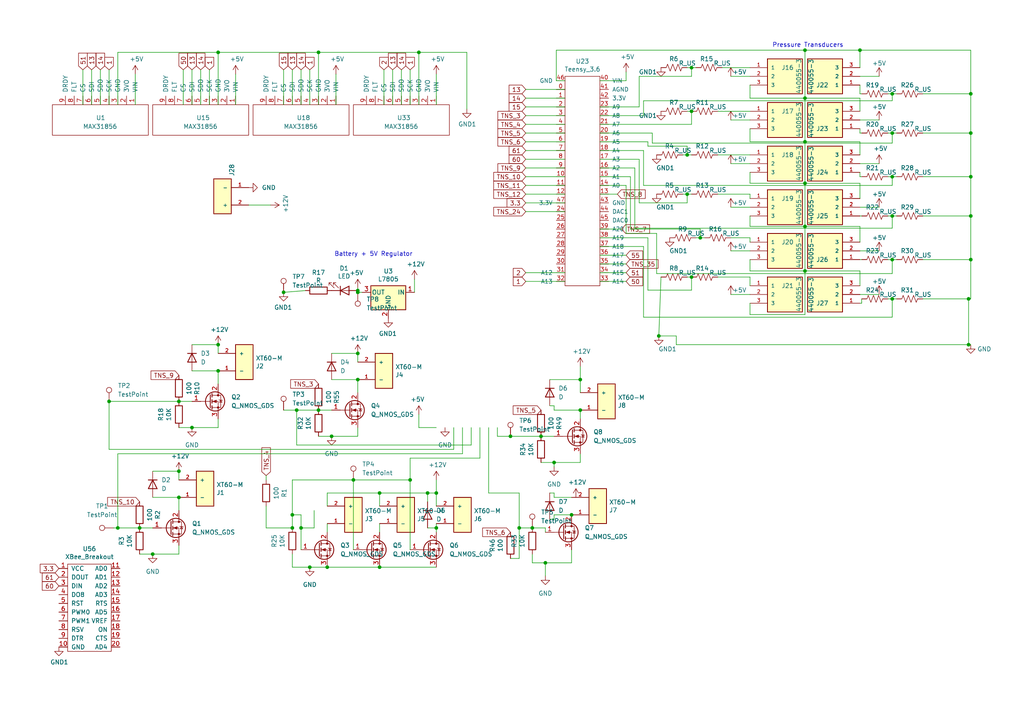
<source format=kicad_sch>
(kicad_sch (version 20211123) (generator eeschema)
  (paper "User" 298.094 210.795)
  (title_block (title "Calllisssto PCB") (date "2021-12-19") (company "Project Caelus.... or WAS IT????") (comment 1 "Author: The Beatles?!"))
  (junction (at 282.575 38.735))
  (junction (at 52.07 144.78))
  (junction (at 234.315 78.867))
  (junction (at 203.835 69.215))
  (junction (at 201.295 32.385))
  (junction (at 87.63 153.67))
  (junction (at 34.29 153.67))
  (junction (at 85.09 153.67))
  (junction (at 52.07 116.84))
  (junction (at 166.37 149.86))
  (junction (at 127 153.67))
  (junction (at 52.07 137.16))
  (junction (at 259.715 75.565))
  (junction (at 92.71 15.24))
  (junction (at 63.5 100.33))
  (junction (at 234.315 53.34))
  (junction (at 282.575 75.565))
  (junction (at 31.75 116.84))
  (junction (at 151.13 153.67))
  (junction (at 281.94 100.33))
  (junction (at 157.48 127))
  (junction (at 234.315 65.913))
  (junction (at 281.94 86.995))
  (junction (at 124.46 143.51))
  (junction (at 110.49 143.51))
  (junction (at 234.315 28.575))
  (junction (at 63.5 15.24))
  (junction (at 282.575 51.435))
  (junction (at 90.17 165.1))
  (junction (at 95.25 165.1))
  (junction (at 92.71 119.38))
  (junction (at 250.317 14.605))
  (junction (at 200.025 56.515))
  (junction (at 158.75 163.83))
  (junction (at 259.715 62.865))
  (junction (at 259.715 51.435))
  (junction (at 259.715 86.995))
  (junction (at 40.64 153.67))
  (junction (at 102.87 139.7))
  (junction (at 282.575 62.865))
  (junction (at 168.91 110.49))
  (junction (at 148.59 127))
  (junction (at 161.29 134.62))
  (junction (at 55.88 124.46))
  (junction (at 121.92 15.24))
  (junction (at 86.36 119.38))
  (junction (at 104.14 84.582))
  (junction (at 104.14 110.49))
  (junction (at 154.94 153.67))
  (junction (at 191.77 97.79))
  (junction (at 259.715 38.735))
  (junction (at 201.295 19.685))
  (junction (at 168.91 119.38))
  (junction (at 200.025 45.085))
  (junction (at 119.38 139.7))
  (junction (at 104.14 102.87))
  (junction (at 282.575 27.305))
  (junction (at 85.09 149.86))
  (junction (at 44.45 161.29))
  (junction (at 259.715 27.305))
  (junction (at 104.14 85.09))
  (junction (at 82.55 85.09))
  (junction (at 234.315 14.605))
  (junction (at 127 143.51))
  (junction (at 96.52 127))
  (junction (at 110.49 165.1))
  (junction (at 63.5 107.95))
  (junction (at 201.295 80.645))
  (junction (at 234.315 41.275))
  (wire (pts (xy 200.025 80.645) (xy 201.295 80.645)))
  (wire (pts (xy 95.25 165.1) (xy 110.49 165.1)))
  (wire (pts (xy 144.78 127) (xy 148.59 127)))
  (wire (pts (xy 52.07 161.29) (xy 52.07 158.75)))
  (wire (pts (xy 258.445 62.865) (xy 259.715 62.865)))
  (wire (pts (xy 198.755 45.085) (xy 200.025 45.085)))
  (wire (pts (xy 201.295 19.685) (xy 200.025 19.685)))
  (wire (pts (xy 259.715 38.735) (xy 260.985 38.735)))
  (wire (pts (xy 200.025 59.055) (xy 200.025 56.515)))
  (wire (pts (xy 26.67 20.32) (xy 26.67 30.48)))
  (wire (pts (xy 161.29 149.86) (xy 161.29 151.13)))
  (wire (pts (xy 218.313 69.215) (xy 218.313 70.485)))
  (wire (pts (xy 116.84 20.32) (xy 116.84 30.48)))
  (wire (pts (xy 187.325 53.975) (xy 259.715 53.975)))
  (wire (pts (xy 160.02 110.49) (xy 168.91 110.49)))
  (wire (pts (xy 153.035 26.035) (xy 164.465 26.035)))
  (wire (pts (xy 259.715 29.337) (xy 259.715 27.305)))
  (wire (pts (xy 151.13 153.67) (xy 151.13 162.56)))
  (wire (pts (xy 259.715 75.565) (xy 260.985 75.565)))
  (wire (pts (xy 182.245 53.975) (xy 174.625 53.975)))
  (wire (pts (xy 82.55 20.32) (xy 82.55 30.48)))
  (wire (pts (xy 281.94 100.33) (xy 196.85 100.33)))
  (wire (pts (xy 234.315 78.867) (xy 250.317 78.867)))
  (wire (pts (xy 234.315 28.575) (xy 218.313 28.575)))
  (wire (pts (xy 191.135 79.629) (xy 259.715 79.629)))
  (wire (pts (xy 153.035 81.915) (xy 164.465 81.915)))
  (wire (pts (xy 187.325 29.337) (xy 187.325 33.655)))
  (wire (pts (xy 92.71 127) (xy 96.52 127)))
  (wire (pts (xy 124.46 143.51) (xy 127 143.51)))
  (wire (pts (xy 168.91 110.49) (xy 168.91 114.3)))
  (wire (pts (xy 268.605 38.735) (xy 282.575 38.735)))
  (wire (pts (xy 186.055 22.225) (xy 186.055 31.115)))
  (wire (pts (xy 52.07 144.78) (xy 52.07 148.59)))
  (wire (pts (xy 201.295 22.225) (xy 186.055 22.225)))
  (wire (pts (xy 208.915 32.385) (xy 218.313 32.385)))
  (wire (pts (xy 102.87 160.02) (xy 102.87 139.7)))
  (wire (pts (xy 282.575 51.435) (xy 282.575 62.865)))
  (wire (pts (xy 53.34 20.32) (xy 53.34 30.48)))
  (wire (pts (xy 184.785 48.895) (xy 184.785 66.421)))
  (wire (pts (xy 188.595 69.215) (xy 188.595 84.455)))
  (wire (pts (xy 158.75 153.67) (xy 158.75 154.94)))
  (wire (pts (xy 200.025 45.085) (xy 201.295 45.085)))
  (wire (pts (xy 164.465 56.515) (xy 153.035 56.515)))
  (wire (pts (xy 164.465 36.195) (xy 153.035 36.195)))
  (wire (pts (xy 201.295 32.385) (xy 201.295 36.195)))
  (wire (pts (xy 168.91 134.62) (xy 168.91 132.08)))
  (wire (pts (xy 218.313 80.645) (xy 218.313 83.185)))
  (wire (pts (xy 92.71 30.48) (xy 92.71 15.24)))
  (wire (pts (xy 104.14 102.87) (xy 104.14 105.41)))
  (wire (pts (xy 174.625 36.195) (xy 201.295 36.195)))
  (wire (pts (xy 31.75 116.84) (xy 52.07 116.84)))
  (wire (pts (xy 63.5 30.48) (xy 63.5 15.24)))
  (wire (pts (xy 161.29 144.78) (xy 166.37 144.78)))
  (wire (pts (xy 258.445 51.435) (xy 259.715 51.435)))
  (wire (pts (xy 250.317 70.485) (xy 250.317 65.913)))
  (wire (pts (xy 168.91 106.68) (xy 168.91 110.49)))
  (wire (pts (xy 63.5 124.46) (xy 63.5 121.92)))
  (wire (pts (xy 119.38 20.32) (xy 119.38 30.48)))
  (wire (pts (xy 259.715 66.421) (xy 184.785 66.421)))
  (wire (pts (xy 234.315 41.275) (xy 234.315 53.34)))
  (wire (pts (xy 268.605 86.995) (xy 281.94 86.995)))
  (wire (pts (xy 153.035 48.895) (xy 164.465 48.895)))
  (wire (pts (xy 259.715 86.995) (xy 259.715 92.329)))
  (wire (pts (xy 85.09 139.7) (xy 85.09 149.86)))
  (wire (pts (xy 255.905 73.025) (xy 250.317 73.025)))
  (wire (pts (xy 135.89 15.24) (xy 135.89 31.75)))
  (wire (pts (xy 186.055 31.115) (xy 174.625 31.115)))
  (wire (pts (xy 161.29 118.11) (xy 160.02 118.11)))
  (wire (pts (xy 174.625 23.495) (xy 182.245 23.495)))
  (wire (pts (xy 189.865 38.735) (xy 174.625 38.735)))
  (wire (pts (xy 105.41 85.09) (xy 104.14 85.09)))
  (wire (pts (xy 212.725 73.025) (xy 218.313 73.025)))
  (wire (pts (xy 63.5 100.33) (xy 63.5 102.87)))
  (wire (pts (xy 102.87 139.7) (xy 85.09 139.7)))
  (wire (pts (xy 182.245 67.945) (xy 182.245 53.975)))
  (wire (pts (xy 157.48 127) (xy 161.29 127)))
  (wire (pts (xy 154.94 161.29) (xy 154.94 163.83)))
  (wire (pts (xy 127 147.32) (xy 127 143.51)))
  (wire (pts (xy 191.135 67.945) (xy 191.135 79.629)))
  (wire (pts (xy 187.325 29.337) (xy 259.715 29.337)))
  (wire (pts (xy 250.825 86.995) (xy 250.825 88.265)))
  (wire (pts (xy 144.78 124.46) (xy 144.78 127)))
  (wire (pts (xy 153.035 31.115) (xy 164.465 31.115)))
  (wire (pts (xy 166.37 149.86) (xy 161.29 149.86)))
  (wire (pts (xy 142.24 124.46) (xy 142.24 143.51)))
  (wire (pts (xy 153.035 28.575) (xy 164.465 28.575)))
  (wire (pts (xy 44.45 137.16) (xy 52.07 137.16)))
  (wire (pts (xy 183.515 66.675) (xy 183.515 51.435)))
  (wire (pts (xy 82.55 119.38) (xy 86.36 119.38)))
  (wire (pts (xy 85.09 20.32) (xy 85.09 30.48)))
  (wire (pts (xy 188.595 84.455) (xy 201.295 84.455)))
  (wire (pts (xy 182.245 79.375) (xy 174.625 79.375)))
  (wire (pts (xy 161.925 23.495) (xy 161.925 14.605)))
  (wire (pts (xy 182.245 67.945) (xy 191.135 67.945)))
  (wire (pts (xy 151.13 153.67) (xy 154.94 153.67)))
  (wire (pts (xy 161.29 143.51) (xy 161.29 144.78)))
  (wire (pts (xy 87.63 153.67) (xy 87.63 160.02)))
  (wire (pts (xy 153.035 53.975) (xy 164.465 53.975)))
  (wire (pts (xy 52.07 137.16) (xy 52.07 139.7)))
  (wire (pts (xy 121.92 30.48) (xy 121.92 15.24)))
  (wire (pts (xy 250.317 19.685) (xy 250.317 14.605)))
  (wire (pts (xy 63.5 107.95) (xy 63.5 111.76)))
  (wire (pts (xy 96.52 102.87) (xy 104.14 102.87)))
  (wire (pts (xy 92.71 119.38) (xy 96.52 119.38)))
  (wire (pts (xy 137.16 129.54) (xy 137.16 124.46)))
  (wire (pts (xy 104.14 110.49) (xy 104.14 114.3)))
  (wire (pts (xy 202.565 19.685) (xy 201.295 19.685)))
  (wire (pts (xy 68.58 21.59) (xy 68.58 30.48)))
  (wire (pts (xy 166.37 163.83) (xy 158.75 163.83)))
  (wire (pts (xy 234.315 14.605) (xy 250.317 14.605)))
  (wire (pts (xy 212.725 47.625) (xy 218.313 47.625)))
  (wire (pts (xy 250.317 38.735) (xy 250.825 38.735)))
  (wire (pts (xy 188.595 69.215) (xy 174.625 69.215)))
  (wire (pts (xy 218.313 65.913) (xy 234.315 65.913)))
  (wire (pts (xy 168.91 119.38) (xy 168.91 121.92)))
  (wire (pts (xy 29.21 20.32) (xy 29.21 30.48)))
  (wire (pts (xy 259.715 51.435) (xy 260.985 51.435)))
  (wire (pts (xy 119.38 133.35) (xy 119.38 139.7)))
  (wire (pts (xy 24.13 20.32) (xy 24.13 30.48)))
  (wire (pts (xy 132.08 130.81) (xy 132.08 124.46)))
  (wire (pts (xy 250.317 75.565) (xy 250.825 75.565)))
  (wire (pts (xy 250.317 51.435) (xy 250.825 51.435)))
  (wire (pts (xy 212.725 85.725) (xy 218.313 85.725)))
  (wire (pts (xy 55.88 20.32) (xy 55.88 30.48)))
  (wire (pts (xy 121.92 15.24) (xy 135.89 15.24)))
  (wire (pts (xy 127 153.67) (xy 127 152.4)))
  (wire (pts (xy 82.55 85.09) (xy 88.9 84.582)))
  (wire (pts (xy 250.317 85.725) (xy 255.905 85.725)))
  (wire (pts (xy 60.96 20.32) (xy 60.96 30.48)))
  (wire (pts (xy 148.59 162.56) (xy 151.13 162.56)))
  (wire (pts (xy 234.315 41.275) (xy 250.317 41.275)))
  (wire (pts (xy 96.52 127) (xy 104.14 127)))
  (wire (pts (xy 201.295 56.515) (xy 200.025 56.515)))
  (wire (pts (xy 151.13 143.51) (xy 151.13 153.67)))
  (wire (pts (xy 250.317 27.305) (xy 250.825 27.305)))
  (wire (pts (xy 208.915 80.645) (xy 218.313 80.645)))
  (wire (pts (xy 127 139.7) (xy 127 143.51)))
  (wire (pts (xy 52.07 124.46) (xy 55.88 124.46)))
  (wire (pts (xy 40.64 153.67) (xy 44.45 153.67)))
  (wire (pts (xy 208.915 56.515) (xy 218.313 56.515)))
  (wire (pts (xy 104.14 84.582) (xy 104.14 83.82)))
  (wire (pts (xy 77.47 138.43) (xy 77.47 139.7)))
  (wire (pts (xy 182.245 76.835) (xy 174.625 76.835)))
  (wire (pts (xy 78.74 59.69) (xy 72.39 59.69)))
  (wire (pts (xy 153.035 61.595) (xy 164.465 61.595)))
  (wire (pts (xy 259.715 86.995) (xy 260.985 86.995)))
  (wire (pts (xy 187.325 43.815) (xy 174.625 43.815)))
  (wire (pts (xy 58.42 20.32) (xy 58.42 30.48)))
  (wire (pts (xy 186.055 46.355) (xy 174.625 46.355)))
  (wire (pts (xy 63.5 15.24) (xy 92.71 15.24)))
  (wire (pts (xy 268.605 51.435) (xy 282.575 51.435)))
  (wire (pts (xy 234.315 65.913) (xy 234.315 78.867)))
  (wire (pts (xy 119.38 139.7) (xy 119.38 160.02)))
  (wire (pts (xy 259.715 62.865) (xy 259.715 66.421)))
  (wire (pts (xy 110.49 143.51) (xy 95.25 143.51)))
  (wire (pts (xy 186.055 59.055) (xy 200.025 59.055)))
  (wire (pts (xy 34.29 132.08) (xy 34.29 153.67)))
  (wire (pts (xy 166.37 160.02) (xy 166.37 163.83)))
  (wire (pts (xy 139.7 124.46) (xy 139.7 133.35)))
  (wire (pts (xy 187.325 71.755) (xy 174.625 71.755)))
  (wire (pts (xy 250.317 41.275) (xy 250.317 45.085)))
  (wire (pts (xy 142.24 143.51) (xy 151.13 143.51)))
  (wire (pts (xy 86.36 129.54) (xy 137.16 129.54)))
  (wire (pts (xy 120.65 81.28) (xy 120.65 85.09)))
  (wire (pts (xy 40.64 161.29) (xy 44.45 161.29)))
  (wire (pts (xy 161.29 151.13) (xy 160.02 151.13)))
  (wire (pts (xy 250.317 28.575) (xy 250.317 32.385)))
  (wire (pts (xy 121.92 124.46) (xy 127 124.46)))
  (wire (pts (xy 250.317 37.465) (xy 250.317 38.735)))
  (wire (pts (xy 200.025 45.085) (xy 200.025 42.545)))
  (wire (pts (xy 282.575 62.865) (xy 282.575 75.565)))
  (wire (pts (xy 218.313 53.34) (xy 234.315 53.34)))
  (wire (pts (xy 250.317 34.925) (xy 255.905 34.925)))
  (wire (pts (xy 200.025 42.545) (xy 188.595 42.545)))
  (wire (pts (xy 258.445 86.995) (xy 259.715 86.995)))
  (wire (pts (xy 39.37 21.59) (xy 39.37 30.48)))
  (wire (pts (xy 121.92 120.65) (xy 121.92 124.46)))
  (wire (pts (xy 161.925 14.605) (xy 234.315 14.605)))
  (wire (pts (xy 218.313 53.34) (xy 218.313 50.165)))
  (wire (pts (xy 164.465 23.495) (xy 161.925 23.495)))
  (wire (pts (xy 201.295 84.455) (xy 201.295 80.645)))
  (wire (pts (xy 164.465 46.355) (xy 153.035 46.355)))
  (wire (pts (xy 218.313 45.085) (xy 208.915 45.085)))
  (wire (pts (xy 63.5 15.24) (xy 34.29 15.24)))
  (wire (pts (xy 218.313 28.575) (xy 218.313 24.765)))
  (wire (pts (xy 34.29 153.67) (xy 40.64 153.67)))
  (wire (pts (xy 77.47 153.67) (xy 85.09 153.67)))
  (wire (pts (xy 218.313 91.567) (xy 234.315 91.567)))
  (wire (pts (xy 258.445 75.565) (xy 259.715 75.565)))
  (wire (pts (xy 268.605 27.305) (xy 282.575 27.305)))
  (wire (pts (xy 110.49 154.94) (xy 110.49 152.4)))
  (wire (pts (xy 281.94 86.995) (xy 282.575 86.995)))
  (wire (pts (xy 97.79 21.59) (xy 97.79 30.48)))
  (wire (pts (xy 234.315 53.34) (xy 250.317 53.34)))
  (wire (pts (xy 90.17 165.1) (xy 85.09 165.1)))
  (wire (pts (xy 85.09 149.86) (xy 87.63 149.86)))
  (wire (pts (xy 134.62 132.08) (xy 34.29 132.08)))
  (wire (pts (xy 180.975 66.675) (xy 174.625 66.675)))
  (wire (pts (xy 187.325 53.975) (xy 187.325 43.815)))
  (wire (pts (xy 153.035 79.375) (xy 164.465 79.375)))
  (wire (pts (xy 148.59 127) (xy 157.48 127)))
  (wire (pts (xy 44.45 144.78) (xy 52.07 144.78)))
  (wire (pts (xy 104.14 127) (xy 104.14 124.46)))
  (wire (pts (xy 234.315 41.275) (xy 218.313 41.275)))
  (wire (pts (xy 44.45 161.29) (xy 52.07 161.29)))
  (wire (pts (xy 110.49 143.51) (xy 124.46 143.51)))
  (wire (pts (xy 200.025 56.515) (xy 198.755 56.515)))
  (wire (pts (xy 234.315 28.575) (xy 250.317 28.575)))
  (wire (pts (xy 268.605 62.865) (xy 282.575 62.865)))
  (wire (pts (xy 196.85 97.79) (xy 191.77 97.79)))
  (wire (pts (xy 153.035 33.655) (xy 164.465 33.655)))
  (wire (pts (xy 85.09 165.1) (xy 85.09 161.29)))
  (wire (pts (xy 182.245 74.295) (xy 174.625 74.295)))
  (wire (pts (xy 164.465 59.055) (xy 153.035 59.055)))
  (wire (pts (xy 258.445 27.305) (xy 259.715 27.305)))
  (wire (pts (xy 218.313 60.325) (xy 212.725 60.325)))
  (wire (pts (xy 234.315 28.575) (xy 234.315 41.275)))
  (wire (pts (xy 281.94 100.33) (xy 282.575 100.33)))
  (wire (pts (xy 255.905 47.625) (xy 250.317 47.625)))
  (wire (pts (xy 184.785 48.895) (xy 174.625 48.895)))
  (wire (pts (xy 124.46 143.51) (xy 124.46 146.05)))
  (wire (pts (xy 282.575 27.305) (xy 282.575 38.735)))
  (wire (pts (xy 250.317 50.165) (xy 250.317 51.435)))
  (wire (pts (xy 124.46 153.67) (xy 127 153.67)))
  (wire (pts (xy 87.63 153.67) (xy 91.44 153.67)))
  (wire (pts (xy 90.17 165.1) (xy 95.25 165.1)))
  (wire (pts (xy 157.48 134.62) (xy 161.29 134.62)))
  (wire (pts (xy 259.715 38.735) (xy 259.715 41.656)))
  (wire (pts (xy 188.595 42.545) (xy 188.595 41.275)))
  (wire (pts (xy 234.315 78.867) (xy 234.315 91.567)))
  (wire (pts (xy 196.85 100.33) (xy 196.85 97.79)))
  (wire (pts (xy 86.36 119.38) (xy 86.36 129.54)))
  (wire (pts (xy 77.47 147.32) (xy 77.47 153.67)))
  (wire (pts (xy 201.295 19.685) (xy 201.295 22.225)))
  (wire (pts (xy 234.315 14.605) (xy 234.315 28.575)))
  (wire (pts (xy 161.29 119.38) (xy 161.29 118.11)))
  (wire (pts (xy 114.3 20.32) (xy 114.3 30.48)))
  (wire (pts (xy 259.715 53.975) (xy 259.715 51.435)))
  (wire (pts (xy 212.725 34.925) (xy 218.313 34.925)))
  (wire (pts (xy 85.09 149.86) (xy 85.09 153.67)))
  (wire (pts (xy 218.313 78.867) (xy 234.315 78.867)))
  (wire (pts (xy 179.705 56.515) (xy 174.625 56.515)))
  (wire (pts (xy 234.315 65.913) (xy 250.317 65.913)))
  (wire (pts (xy 250.317 14.605) (xy 282.575 14.605)))
  (wire (pts (xy 110.49 165.1) (xy 127 165.1)))
  (wire (pts (xy 250.317 53.34) (xy 250.317 57.785)))
  (wire (pts (xy 33.02 153.67) (xy 34.29 153.67)))
  (wire (pts (xy 250.825 88.265) (xy 250.317 88.265)))
  (wire (pts (xy 250.317 22.225) (xy 255.905 22.225)))
  (wire (pts (xy 87.63 149.86) (xy 87.63 153.67)))
  (wire (pts (xy 203.835 66.675) (xy 183.515 66.675)))
  (wire (pts (xy 218.313 78.867) (xy 218.313 75.565)))
  (wire (pts (xy 127 154.94) (xy 127 153.67)))
  (wire (pts (xy 160.02 143.51) (xy 161.29 143.51)))
  (wire (pts (xy 168.91 119.38) (xy 161.29 119.38)))
  (wire (pts (xy 111.76 20.32) (xy 111.76 30.48)))
  (wire (pts (xy 218.313 56.515) (xy 218.313 57.785)))
  (wire (pts (xy 92.71 15.24) (xy 121.92 15.24)))
  (wire (pts (xy 139.7 133.35) (xy 119.38 133.35)))
  (wire (pts (xy 91.44 148.59) (xy 91.44 153.67)))
  (wire (pts (xy 154.94 163.83) (xy 158.75 163.83)))
  (wire (pts (xy 203.835 69.215) (xy 205.105 69.215)))
  (wire (pts (xy 102.87 139.7) (xy 119.38 139.7)))
  (wire (pts (xy 55.88 100.33) (xy 63.5 100.33)))
  (wire (pts (xy 158.75 163.83) (xy 158.75 167.64)))
  (wire (pts (xy 255.905 60.325) (xy 250.317 60.325)))
  (wire (pts (xy 183.515 51.435) (xy 174.625 51.435)))
  (wire (pts (xy 34.29 15.24) (xy 34.29 30.48)))
  (wire (pts (xy 282.575 14.605) (xy 282.575 27.305)))
  (wire (pts (xy 218.313 19.685) (xy 210.185 19.685)))
  (wire (pts (xy 182.245 23.495) (xy 182.245 20.955)))
  (wire (pts (xy 282.575 38.735) (xy 282.575 51.435)))
  (wire (pts (xy 104.14 85.09) (xy 104.14 84.582)))
  (wire (pts (xy 182.245 81.915) (xy 174.625 81.915)))
  (wire (pts (xy 218.313 65.913) (xy 218.313 62.865)))
  (wire (pts (xy 188.595 41.275) (xy 174.625 41.275)))
  (wire (pts (xy 154.94 153.67) (xy 158.75 153.67)))
  (wire (pts (xy 52.07 116.84) (xy 55.88 116.84)))
  (wire (pts (xy 282.575 75.565) (xy 282.575 86.995)))
  (wire (pts (xy 259.715 27.305) (xy 260.985 27.305)))
  (wire (pts (xy 161.29 134.62) (xy 168.91 134.62)))
  (wire (pts (xy 164.465 41.275) (xy 153.035 41.275)))
  (wire (pts (xy 187.325 71.755) (xy 187.325 92.329)))
  (wire (pts (xy 110.49 147.32) (xy 110.49 143.51)))
  (wire (pts (xy 95.25 152.4) (xy 95.25 154.94)))
  (wire (pts (xy 259.715 75.565) (xy 259.715 79.629)))
  (wire (pts (xy 202.565 69.215) (xy 203.835 69.215)))
  (wire (pts (xy 212.725 69.215) (xy 218.313 69.215)))
  (wire (pts (xy 31.75 20.32) (xy 31.75 30.48)))
  (wire (pts (xy 86.36 119.38) (xy 92.71 119.38)))
  (wire (pts (xy 258.445 38.735) (xy 259.715 38.735)))
  (wire (pts (xy 191.77 97.79) (xy 192.405 80.645)))
  (wire (pts (xy 55.88 107.95) (xy 63.5 107.95)))
  (wire (pts (xy 96.52 110.49) (xy 104.14 110.49)))
  (wire (pts (xy 161.29 135.89) (xy 161.29 134.62)))
  (wire (pts (xy 212.725 22.225) (xy 218.313 22.225)))
  (wire (pts (xy 134.62 124.46) (xy 134.62 132.08)))
  (wire (pts (xy 250.317 62.865) (xy 250.825 62.865)))
  (wire (pts (xy 31.75 116.84) (xy 31.75 130.81)))
  (wire (pts (xy 164.465 51.435) (xy 153.035 51.435)))
  (wire (pts (xy 259.715 62.865) (xy 260.985 62.865)))
  (wire (pts (xy 186.055 46.355) (xy 186.055 59.055)))
  (wire (pts (xy 250.317 78.867) (xy 250.317 83.185)))
  (wire (pts (xy 234.315 53.34) (xy 234.315 65.913)))
  (wire (pts (xy 189.865 41.656) (xy 259.715 41.656)))
  (wire (pts (xy 203.835 69.215) (xy 203.835 66.675)))
  (wire (pts (xy 281.94 86.995) (xy 281.94 100.33)))
  (wire (pts (xy 189.865 38.735) (xy 189.865 41.656)))
  (wire (pts (xy 187.325 33.655) (xy 174.625 33.655)))
  (wire (pts (xy 55.88 124.46) (xy 63.5 124.46)))
  (wire (pts (xy 31.75 130.81) (xy 132.08 130.81)))
  (wire (pts (xy 95.25 143.51) (xy 95.25 147.32)))
  (wire (pts (xy 90.17 20.32) (xy 90.17 30.48)))
  (wire (pts (xy 201.295 32.385) (xy 200.025 32.385)))
  (wire (pts (xy 218.313 91.567) (xy 218.313 88.265)))
  (wire (pts (xy 218.313 41.275) (xy 218.313 37.465)))
  (wire (pts (xy 268.605 75.565) (xy 282.575 75.565)))
  (wire (pts (xy 153.035 38.735) (xy 164.465 38.735)))
  (wire (pts (xy 153.035 43.815) (xy 164.465 43.815)))
  (wire (pts (xy 187.325 92.329) (xy 259.715 92.329)))
  (wire (pts (xy 250.317 24.765) (xy 250.317 27.305)))
  (wire (pts (xy 127 21.59) (xy 127 30.48)))
  (wire (pts (xy 87.63 20.32) (xy 87.63 30.48)))
  (text "Battery + 5V Regulator" (at 120.142 74.803 180) (effects (font (size 1.27 1.27)) (justify right bottom)))
  (text "Pressure Transducers" (at 224.79 13.97 0) (effects (font (size 1.27 1.27)) (justify left bottom)))
  (global_label "50" (shape input) (at 182.245 81.915 0) (property "Intersheet References" "${INTERSHEET_REFS}" (effects hide)))
  (global_label "14" (shape input) (at 153.035 28.575 180) (property "Intersheet References" "${INTERSHEET_REFS}" (effects hide)))
  (global_label "TNS_10" (shape input) (at 153.035 51.435 180) (property "Intersheet References" "${INTERSHEET_REFS}" (effects hide)))
  (global_label "1" (shape input) (at 60.96 20.32 90) (property "Intersheet References" "${INTERSHEET_REFS}" (effects hide)))
  (global_label "1" (shape input) (at 90.17 20.32 90) (property "Intersheet References" "${INTERSHEET_REFS}" (effects hide)))
  (global_label "14" (shape input) (at 87.63 20.32 90) (property "Intersheet References" "${INTERSHEET_REFS}" (effects hide)))
  (global_label "14" (shape input) (at 29.21 20.32 90) (property "Intersheet References" "${INTERSHEET_REFS}" (effects hide)))
  (global_label "TNS_4" (shape input) (at 153.035 36.195 180) (property "Intersheet References" "${INTERSHEET_REFS}" (effects hide)))
  (global_label "15" (shape input) (at 153.035 31.115 180) (property "Intersheet References" "${INTERSHEET_REFS}" (effects hide)))
  (global_label "1" (shape input) (at 119.38 20.32 90) (property "Intersheet References" "${INTERSHEET_REFS}" (effects hide)))
  (global_label "TNS_10" (shape input) (at 40.64 146.05 180) (property "Intersheet References" "${INTERSHEET_REFS}" (effects hide)))
  (global_label "TNS_3" (shape input) (at 92.71 111.76 180) (property "Intersheet References" "${INTERSHEET_REFS}" (effects hide)))
  (global_label "13" (shape input) (at 85.09 20.32 90) (property "Intersheet References" "${INTERSHEET_REFS}" (effects hide)))
  (global_label "50" (shape input) (at 53.34 20.32 90) (property "Intersheet References" "${INTERSHEET_REFS}" (effects hide)))
  (global_label "TNS_7" (shape input) (at 180.975 66.675 0) (property "Intersheet References" "${INTERSHEET_REFS}" (effects hide)))
  (global_label "61" (shape input) (at 153.035 43.815 180) (property "Intersheet References" "${INTERSHEET_REFS}" (effects hide)))
  (global_label "TNS_6" (shape input) (at 148.59 154.94 180) (property "Intersheet References" "${INTERSHEET_REFS}" (effects hide)))
  (global_label "13" (shape input) (at 153.035 26.035 180) (property "Intersheet References" "${INTERSHEET_REFS}" (effects hide)))
  (global_label "60" (shape input) (at 17.145 170.561 180) (property "Intersheet References" "${INTERSHEET_REFS}" (effects hide)))
  (global_label "3.3" (shape input) (at 17.145 165.481 180) (property "Intersheet References" "${INTERSHEET_REFS}" (effects hide)))
  (global_label "13" (shape input) (at 114.3 20.32 90) (property "Intersheet References" "${INTERSHEET_REFS}" (effects hide)))
  (global_label "14" (shape input) (at 116.84 20.32 90) (property "Intersheet References" "${INTERSHEET_REFS}" (effects hide)))
  (global_label "1" (shape input) (at 31.75 20.32 90) (property "Intersheet References" "${INTERSHEET_REFS}" (effects hide)))
  (global_label "TNS_5" (shape input) (at 153.035 38.735 180) (property "Intersheet References" "${INTERSHEET_REFS}" (effects hide)))
  (global_label "TNS_9" (shape input) (at 52.07 109.22 180) (property "Intersheet References" "${INTERSHEET_REFS}" (effects hide)))
  (global_label "TNS_8" (shape input) (at 179.705 56.515 0) (property "Intersheet References" "${INTERSHEET_REFS}" (effects hide)))
  (global_label "3.3" (shape input) (at 153.035 59.055 180) (property "Intersheet References" "${INTERSHEET_REFS}" (effects hide)))
  (global_label "61" (shape input) (at 17.145 168.021 180) (property "Intersheet References" "${INTERSHEET_REFS}" (effects hide)))
  (global_label "55" (shape input) (at 182.245 74.295 0) (property "Intersheet References" "${INTERSHEET_REFS}" (effects hide)))
  (global_label "51" (shape input) (at 24.13 20.32 90) (property "Intersheet References" "${INTERSHEET_REFS}" (effects hide)))
  (global_label "2" (shape input) (at 111.76 20.32 90) (property "Intersheet References" "${INTERSHEET_REFS}" (effects hide)))
  (global_label "1" (shape input) (at 153.035 81.915 180) (property "Intersheet References" "${INTERSHEET_REFS}" (effects hide)))
  (global_label "TNS_4" (shape input) (at 77.47 138.43 90) (property "Intersheet References" "${INTERSHEET_REFS}" (effects hide)))
  (global_label "14" (shape input) (at 58.42 20.32 90) (property "Intersheet References" "${INTERSHEET_REFS}" (effects hide)))
  (global_label "TNS_5" (shape input) (at 157.48 119.38 180) (property "Intersheet References" "${INTERSHEET_REFS}" (effects hide)))
  (global_label "60" (shape input) (at 153.035 46.355 180) (property "Intersheet References" "${INTERSHEET_REFS}" (effects hide)))
  (global_label "15" (shape input) (at 82.55 20.32 90) (property "Intersheet References" "${INTERSHEET_REFS}" (effects hide)))
  (global_label "13" (shape input) (at 26.67 20.32 90) (property "Intersheet References" "${INTERSHEET_REFS}" (effects hide)))
  (global_label "TNS_24" (shape input) (at 153.035 61.595 180) (property "Intersheet References" "${INTERSHEET_REFS}" (effects hide)))
  (global_label "TNS_12" (shape input) (at 153.035 56.515 180) (property "Intersheet References" "${INTERSHEET_REFS}" (effects hide)))
  (global_label "TNS_11" (shape input) (at 153.035 53.975 180) (property "Intersheet References" "${INTERSHEET_REFS}" (effects hide)))
  (global_label "2" (shape input) (at 153.035 79.375 180) (property "Intersheet References" "${INTERSHEET_REFS}" (effects hide)))
  (global_label "TNS_3" (shape input) (at 153.035 33.655 180) (property "Intersheet References" "${INTERSHEET_REFS}" (effects hide)))
  (global_label "TNS_6" (shape input) (at 153.035 41.275 180) (property "Intersheet References" "${INTERSHEET_REFS}" (effects hide)))
  (global_label "TNS_35" (shape input) (at 182.245 76.835 0) (property "Intersheet References" "${INTERSHEET_REFS}" (effects hide)))
  (global_label "13" (shape input) (at 55.88 20.32 90) (property "Intersheet References" "${INTERSHEET_REFS}" (effects hide)))
  (global_label "51" (shape input) (at 182.245 79.375 0) (property "Intersheet References" "${INTERSHEET_REFS}" (effects hide)))
  (global_label "TNS_9" (shape input) (at 153.035 48.895 180) (property "Intersheet References" "${INTERSHEET_REFS}" (effects hide)))
  (symbol (lib_id "CaelusPCB-rescue:L7805-Regulator_Linear-CaelusPCB-rescue-CaelusPCB-rescue-CaelusPCB-rescue") (at 113.03 85.09 0) (mirror y) (unit 1)
    (property "Reference" "U3" (at 113.03 78.9432 0))
    (property "Value" "L7805" (at 113.03 81.2546 0))
    (property "Footprint" "Package_TO_SOT_THT:TO-220-3_Horizontal_TabDown" (effects hide))
    (property "Datasheet" "http://www.st.com/content/ccc/resource/technical/document/datasheet/41/4f/b3/b0/12/d4/47/88/CD00000444.pdf/files/CD00000444.pdf/jcr:content/translations/en.CD00000444.pdf" (effects hide))
  )
  (symbol (lib_id "CaelusPCB-rescue:+5V-power-CaelusPCB-rescue-CaelusPCB-rescue-CaelusPCB-rescue") (at 104.14 83.82 0) (mirror y) (unit 1)
    (property "Reference" "#PWR012" (effects hide))
    (property "Value" "+5V" (at 103.759 79.4258 0))
  )
  (symbol (lib_id "CaelusPCB-rescue:+5V-power-CaelusPCB-rescue-CaelusPCB-rescue-CaelusPCB-rescue") (at 182.245 20.955 0) (unit 1)
    (property "Reference" "#PWR027" (effects hide))
    (property "Value" "+5V" (at 182.626 16.5608 0))
  )
  (symbol (lib_id "CaelusPCB-rescue:+5V-power-CaelusPCB-rescue-CaelusPCB-rescue-CaelusPCB-rescue") (at 212.725 22.225 0) (unit 1)
    (property "Reference" "#PWR030" (effects hide))
    (property "Value" "+5V" (at 215.265 20.955 0))
  )
  (symbol (lib_id "CaelusPCB-rescue:+5V-power-CaelusPCB-rescue-CaelusPCB-rescue-CaelusPCB-rescue") (at 255.905 22.225 0) (unit 1)
    (property "Reference" "#PWR042" (effects hide))
    (property "Value" "+5V" (at 255.905 18.415 0))
  )
  (symbol (lib_id "CaelusPCB-rescue:+5V-power-CaelusPCB-rescue-CaelusPCB-rescue-CaelusPCB-rescue") (at 255.905 34.925 0) (unit 1)
    (property "Reference" "#PWR043" (effects hide))
    (property "Value" "+5V" (at 255.905 31.115 0))
  )
  (symbol (lib_id "CaelusPCB-rescue:+5V-power-CaelusPCB-rescue-CaelusPCB-rescue-CaelusPCB-rescue") (at 212.725 34.925 0) (unit 1)
    (property "Reference" "#PWR031" (effects hide))
    (property "Value" "+5V" (at 215.265 33.655 0))
  )
  (symbol (lib_id "CaelusPCB-rescue:+5V-power-CaelusPCB-rescue-CaelusPCB-rescue-CaelusPCB-rescue") (at 212.725 47.625 0) (unit 1)
    (property "Reference" "#PWR032" (effects hide))
    (property "Value" "+5V" (at 215.265 46.355 0))
  )
  (symbol (lib_id "CaelusPCB-rescue:+5V-power-CaelusPCB-rescue-CaelusPCB-rescue-CaelusPCB-rescue") (at 212.725 60.325 0) (unit 1)
    (property "Reference" "#PWR033" (effects hide))
    (property "Value" "+5V" (at 215.265 59.055 0))
  )
  (symbol (lib_id "CaelusPCB-rescue:+5V-power-CaelusPCB-rescue-CaelusPCB-rescue-CaelusPCB-rescue") (at 212.725 73.025 0) (unit 1)
    (property "Reference" "#PWR034" (effects hide))
    (property "Value" "+5V" (at 215.265 71.755 0))
  )
  (symbol (lib_id "CaelusPCB-rescue:+5V-power-CaelusPCB-rescue-CaelusPCB-rescue-CaelusPCB-rescue") (at 212.725 85.725 0) (unit 1)
    (property "Reference" "#PWR035" (effects hide))
    (property "Value" "+5V" (at 215.265 84.455 0))
  )
  (symbol (lib_id "CaelusPCB-rescue:+5V-power-CaelusPCB-rescue-CaelusPCB-rescue-CaelusPCB-rescue") (at 255.905 47.625 0) (unit 1)
    (property "Reference" "#PWR044" (effects hide))
    (property "Value" "+5V" (at 256.286 43.2308 0))
  )
  (symbol (lib_id "CaelusPCB-rescue:+5V-power-CaelusPCB-rescue-CaelusPCB-rescue-CaelusPCB-rescue") (at 255.905 60.325 0) (unit 1)
    (property "Reference" "#PWR045" (effects hide))
    (property "Value" "+5V" (at 255.905 56.515 0))
  )
  (symbol (lib_id "CaelusPCB-rescue:+5V-power-CaelusPCB-rescue-CaelusPCB-rescue-CaelusPCB-rescue") (at 255.905 73.025 0) (unit 1)
    (property "Reference" "#PWR046" (effects hide))
    (property "Value" "+5V" (at 255.905 69.215 0))
  )
  (symbol (lib_id "CaelusPCB-rescue:+5V-power-CaelusPCB-rescue-CaelusPCB-rescue-CaelusPCB-rescue") (at 255.905 85.725 0) (unit 1)
    (property "Reference" "#PWR047" (effects hide))
    (property "Value" "+5V" (at 255.905 81.915 0))
  )
  (symbol (lib_id "Device:R_US") (at 206.375 19.685 90) (unit 1)
    (property "Reference" "R15" (at 207.645 17.145 90) (effects (justify left)))
    (property "Value" "R_US" (at 212.725 18.415 90) (effects (justify left)))
    (property "Footprint" "Resistor_THT:R_Axial_DIN0309_L9.0mm_D3.2mm_P12.70mm_Horizontal" (effects hide))
  )
  (symbol (lib_id "Device:R_US") (at 196.215 19.685 90) (unit 1)
    (property "Reference" "R6" (at 197.485 17.145 90) (effects (justify left)))
    (property "Value" "R_US" (at 202.565 18.415 90) (effects (justify left)))
    (property "Footprint" "Resistor_THT:R_Axial_DIN0309_L9.0mm_D3.2mm_P12.70mm_Horizontal" (effects hide))
  )
  (symbol (lib_id "CaelusPCB-rescue:GND1-power-CaelusPCB-rescue-CaelusPCB-rescue-CaelusPCB-rescue") (at 192.405 19.685 0) (unit 1)
    (property "Reference" "#PWR091" (effects hide))
    (property "Value" "GND1" (at 188.595 20.955 0))
  )
  (symbol (lib_id "Device:R_US") (at 205.105 32.385 90) (unit 1)
    (property "Reference" "R11" (at 206.375 29.845 90) (effects (justify left)))
    (property "Value" "R_US" (at 211.455 31.115 90) (effects (justify left)))
    (property "Footprint" "Resistor_THT:R_Axial_DIN0309_L9.0mm_D3.2mm_P12.70mm_Horizontal" (effects hide))
  )
  (symbol (lib_id "Device:R_US") (at 196.215 32.385 90) (unit 1)
    (property "Reference" "R7" (at 197.485 29.845 90) (effects (justify left)))
    (property "Value" "R_US" (at 202.565 31.115 90) (effects (justify left)))
    (property "Footprint" "Resistor_THT:R_Axial_DIN0309_L9.0mm_D3.2mm_P12.70mm_Horizontal" (effects hide))
  )
  (symbol (lib_id "CaelusPCB-rescue:GND1-power-CaelusPCB-rescue-CaelusPCB-rescue-CaelusPCB-rescue") (at 192.405 32.385 0) (unit 1)
    (property "Reference" "#PWR092" (effects hide))
    (property "Value" "GND1" (at 188.595 33.655 0))
  )
  (symbol (lib_id "Device:R_US") (at 205.105 45.085 90) (unit 1)
    (property "Reference" "R12" (at 206.375 42.545 90) (effects (justify left)))
    (property "Value" "R_US" (at 211.455 43.815 90) (effects (justify left)))
    (property "Footprint" "Resistor_THT:R_Axial_DIN0309_L9.0mm_D3.2mm_P12.70mm_Horizontal" (effects hide))
  )
  (symbol (lib_id "Device:R_US") (at 194.945 45.085 90) (unit 1)
    (property "Reference" "R4" (at 196.215 42.545 90) (effects (justify left)))
    (property "Value" "R_US" (at 201.295 43.815 90) (effects (justify left)))
    (property "Footprint" "Resistor_THT:R_Axial_DIN0309_L9.0mm_D3.2mm_P12.70mm_Horizontal" (effects hide))
  )
  (symbol (lib_id "CaelusPCB-rescue:GND1-power-CaelusPCB-rescue-CaelusPCB-rescue-CaelusPCB-rescue") (at 191.135 45.085 0) (unit 1)
    (property "Reference" "#PWR049" (effects hide))
    (property "Value" "GND1" (at 193.675 48.895 0))
  )
  (symbol (lib_id "Device:R_US") (at 205.105 56.515 90) (unit 1)
    (property "Reference" "R13" (at 206.375 53.975 90) (effects (justify left)))
    (property "Value" "R_US" (at 211.455 55.245 90) (effects (justify left)))
    (property "Footprint" "Resistor_THT:R_Axial_DIN0309_L9.0mm_D3.2mm_P12.70mm_Horizontal" (effects hide))
  )
  (symbol (lib_id "CaelusPCB-rescue:GND1-power-CaelusPCB-rescue-CaelusPCB-rescue-CaelusPCB-rescue") (at 17.145 188.341 0) (unit 1)
    (property "Reference" "#PWR083" (effects hide))
    (property "Value" "GND1" (at 17.272 192.7352 0))
  )
  (symbol (lib_id "Device:R_US") (at 194.945 56.515 90) (unit 1)
    (property "Reference" "R5" (at 196.215 53.975 90) (effects (justify left)))
    (property "Value" "R_US" (at 201.295 55.245 90) (effects (justify left)))
    (property "Footprint" "Resistor_THT:R_Axial_DIN0309_L9.0mm_D3.2mm_P12.70mm_Horizontal" (effects hide))
  )
  (symbol (lib_id "CaelusPCB-rescue:GND1-power-CaelusPCB-rescue-CaelusPCB-rescue-CaelusPCB-rescue") (at 191.135 56.515 0) (unit 1)
    (property "Reference" "#PWR090" (effects hide))
    (property "Value" "GND1" (at 193.675 60.325 0))
  )
  (symbol (lib_id "Device:R_US") (at 198.755 69.215 90) (unit 1)
    (property "Reference" "R9" (at 200.025 66.675 90) (effects (justify left)))
    (property "Value" "R_US" (at 205.105 67.945 90) (effects (justify left)))
    (property "Footprint" "Resistor_THT:R_Axial_DIN0309_L9.0mm_D3.2mm_P12.70mm_Horizontal" (effects hide))
  )
  (symbol (lib_id "Device:R_US") (at 208.915 69.215 90) (unit 1)
    (property "Reference" "R16" (at 210.185 66.675 90) (effects (justify left)))
    (property "Value" "R_US" (at 215.265 67.945 90) (effects (justify left)))
    (property "Footprint" "Resistor_THT:R_Axial_DIN0309_L9.0mm_D3.2mm_P12.70mm_Horizontal" (effects hide))
  )
  (symbol (lib_id "CaelusPCB-rescue:Teensy3.6-Launchbox_Symbols-CaelusPCB-rescue-CaelusPCB-rescue-CaelusPCB-rescue") (at 169.545 56.515 270) (unit 1)
    (property "Reference" "U23" (at 169.545 17.8562 90))
    (property "Value" "Teensy_3.6" (at 169.545 20.1676 90))
    (property "Footprint" "Launchbox:Teensy_3.6" (effects hide))
  )
  (symbol (lib_id "CaelusPCB-rescue:GND1-power-CaelusPCB-rescue-CaelusPCB-rescue-CaelusPCB-rescue") (at 194.945 69.215 0) (unit 1)
    (property "Reference" "#PWR094" (effects hide))
    (property "Value" "GND1" (at 197.485 73.025 0))
  )
  (symbol (lib_id "Device:R_US") (at 205.105 80.645 90) (unit 1)
    (property "Reference" "R14" (at 206.375 78.105 90) (effects (justify left)))
    (property "Value" "R_US" (at 211.455 79.375 90) (effects (justify left)))
    (property "Footprint" "Resistor_THT:R_Axial_DIN0309_L9.0mm_D3.2mm_P12.70mm_Horizontal" (effects hide))
  )
  (symbol (lib_id "Device:R_US") (at 196.215 80.645 90) (unit 1)
    (property "Reference" "R8" (at 197.485 78.105 90) (effects (justify left)))
    (property "Value" "R_US" (at 202.565 79.375 90) (effects (justify left)))
    (property "Footprint" "Resistor_THT:R_Axial_DIN0309_L9.0mm_D3.2mm_P12.70mm_Horizontal" (effects hide))
  )
  (symbol (lib_id "CaelusPCB-rescue:GND1-power-CaelusPCB-rescue-CaelusPCB-rescue-CaelusPCB-rescue") (at 191.77 97.79 0) (unit 1)
    (property "Reference" "#PWR093" (effects hide))
    (property "Value" "GND1" (at 194.31 101.6 0))
  )
  (symbol (lib_id "Device:R_US") (at 254.635 27.305 90) (unit 1)
    (property "Reference" "R19" (at 255.905 24.765 90) (effects (justify left)))
    (property "Value" "R_US" (at 260.985 26.035 90) (effects (justify left)))
    (property "Footprint" "Resistor_THT:R_Axial_DIN0309_L9.0mm_D3.2mm_P12.70mm_Horizontal" (effects hide))
  )
  (symbol (lib_id "Device:R_US") (at 264.795 27.305 90) (unit 1)
    (property "Reference" "R26" (at 266.065 24.765 90) (effects (justify left)))
    (property "Value" "R_US" (at 271.145 26.035 90) (effects (justify left)))
    (property "Footprint" "Resistor_THT:R_Axial_DIN0309_L9.0mm_D3.2mm_P12.70mm_Horizontal" (effects hide))
  )
  (symbol (lib_id "CaelusPCB-rescue:MAX31856-Launchbox-CaelusPCB-rescue-CaelusPCB-rescue-CaelusPCB-rescue") (at 116.84 30.48 180) (unit 1)
    (property "Reference" "U33" (at 115.57 34.29 0) (effects (justify right)))
    (property "Value" "MAX31856" (at 111.76 36.83 0) (effects (justify right)))
    (property "Footprint" "Launchbox:MAX31856" (effects hide))
  )
  (symbol (lib_id "CaelusPCB-rescue:MAX31856-Launchbox-CaelusPCB-rescue-CaelusPCB-rescue-CaelusPCB-rescue") (at 87.63 30.48 180) (unit 1)
    (property "Reference" "U18" (at 86.36 34.29 0) (effects (justify right)))
    (property "Value" "MAX31856" (at 82.55 36.83 0) (effects (justify right)))
    (property "Footprint" "Launchbox:MAX31856" (effects hide))
  )
  (symbol (lib_id "CaelusPCB-rescue:MAX31856-Launchbox-CaelusPCB-rescue-CaelusPCB-rescue-CaelusPCB-rescue") (at 58.42 30.48 180) (unit 1)
    (property "Reference" "U15" (at 57.15 34.29 0) (effects (justify right)))
    (property "Value" "MAX31856" (at 53.34 36.83 0) (effects (justify right)))
    (property "Footprint" "Launchbox:MAX31856" (effects hide))
  )
  (symbol (lib_id "CaelusPCB-rescue:+5V-power-CaelusPCB-rescue-CaelusPCB-rescue-CaelusPCB-rescue") (at 127 21.59 0) (unit 1)
    (property "Reference" "#PWR057" (effects hide))
    (property "Value" "+5V" (at 127.381 17.1958 0))
  )
  (symbol (lib_id "CaelusPCB-rescue:+5V-power-CaelusPCB-rescue-CaelusPCB-rescue-CaelusPCB-rescue") (at 97.79 21.59 0) (unit 1)
    (property "Reference" "#PWR036" (effects hide))
    (property "Value" "+5V" (at 98.171 17.1958 0))
  )
  (symbol (lib_id "CaelusPCB-rescue:+5V-power-CaelusPCB-rescue-CaelusPCB-rescue-CaelusPCB-rescue") (at 68.58 21.59 0) (unit 1)
    (property "Reference" "#PWR016" (effects hide))
    (property "Value" "+5V" (at 68.961 17.1958 0))
  )
  (symbol (lib_id "CaelusPCB-rescue:GND1-power-CaelusPCB-rescue-CaelusPCB-rescue-CaelusPCB-rescue") (at 135.89 31.75 0) (unit 1)
    (property "Reference" "#PWR062" (effects hide))
    (property "Value" "GND1" (at 136.017 36.1442 0))
  )
  (symbol (lib_id "Device:R_US") (at 254.635 38.735 90) (unit 1)
    (property "Reference" "R20" (at 255.905 36.195 90) (effects (justify left)))
    (property "Value" "R_US" (at 260.985 37.465 90) (effects (justify left)))
    (property "Footprint" "Resistor_THT:R_Axial_DIN0309_L9.0mm_D3.2mm_P12.70mm_Horizontal" (effects hide))
  )
  (symbol (lib_id "Device:R_US") (at 264.795 38.735 90) (unit 1)
    (property "Reference" "R27" (at 266.065 36.195 90) (effects (justify left)))
    (property "Value" "R_US" (at 271.145 37.465 90) (effects (justify left)))
    (property "Footprint" "Resistor_THT:R_Axial_DIN0309_L9.0mm_D3.2mm_P12.70mm_Horizontal" (effects hide))
  )
  (symbol (lib_id "Device:R_US") (at 254.635 51.435 90) (unit 1)
    (property "Reference" "R21" (at 255.905 48.895 90) (effects (justify left)))
    (property "Value" "R_US" (at 260.985 50.165 90) (effects (justify left)))
    (property "Footprint" "Resistor_THT:R_Axial_DIN0309_L9.0mm_D3.2mm_P12.70mm_Horizontal" (effects hide))
  )
  (symbol (lib_id "Device:R_US") (at 264.795 51.435 90) (unit 1)
    (property "Reference" "R28" (at 266.065 48.895 90) (effects (justify left)))
    (property "Value" "R_US" (at 271.145 50.165 90) (effects (justify left)))
    (property "Footprint" "Resistor_THT:R_Axial_DIN0309_L9.0mm_D3.2mm_P12.70mm_Horizontal" (effects hide))
  )
  (symbol (lib_id "CaelusPCB-rescue:XBee_Breakout-CaelusPCB-rescue-CaelusPCB-rescue-CaelusPCB-rescue") (at 26.035 176.911 0) (unit 1)
    (property "Reference" "U56" (at 26.035 159.766 0))
    (property "Value" "XBee_Breakout" (at 26.035 162.0774 0))
    (property "Footprint" "Launchbox:Xbee_Breakout" (effects hide))
  )
  (symbol (lib_id "Device:R_US") (at 254.635 62.865 90) (unit 1)
    (property "Reference" "R22" (at 255.905 60.325 90) (effects (justify left)))
    (property "Value" "R_US" (at 260.985 61.595 90) (effects (justify left)))
    (property "Footprint" "Resistor_THT:R_Axial_DIN0309_L9.0mm_D3.2mm_P12.70mm_Horizontal" (effects hide))
  )
  (symbol (lib_id "Device:R_US") (at 264.795 62.865 90) (unit 1)
    (property "Reference" "R29" (at 266.065 60.325 90) (effects (justify left)))
    (property "Value" "R_US" (at 271.145 61.595 90) (effects (justify left)))
    (property "Footprint" "Resistor_THT:R_Axial_DIN0309_L9.0mm_D3.2mm_P12.70mm_Horizontal" (effects hide))
  )
  (symbol (lib_id "CaelusPCB-rescue:MAX31856-Launchbox-CaelusPCB-rescue-CaelusPCB-rescue-CaelusPCB-rescue") (at 29.21 30.48 180) (unit 1)
    (property "Reference" "U1" (at 27.94 34.29 0) (effects (justify right)))
    (property "Value" "MAX31856" (at 24.13 36.83 0) (effects (justify right)))
    (property "Footprint" "Launchbox:MAX31856" (effects hide))
  )
  (symbol (lib_id "CaelusPCB-rescue:+5V-power-CaelusPCB-rescue-CaelusPCB-rescue-CaelusPCB-rescue") (at 39.37 21.59 0) (unit 1)
    (property "Reference" "#PWR010" (effects hide))
    (property "Value" "+5V" (at 39.751 17.1958 0))
  )
  (symbol (lib_id "Device:R_US") (at 254.635 75.565 90) (unit 1)
    (property "Reference" "R23" (at 255.905 73.025 90) (effects (justify left)))
    (property "Value" "R_US" (at 260.985 74.295 90) (effects (justify left)))
    (property "Footprint" "Resistor_THT:R_Axial_DIN0309_L9.0mm_D3.2mm_P12.70mm_Horizontal" (effects hide))
  )
  (symbol (lib_id "Device:R_US") (at 264.795 75.565 90) (unit 1)
    (property "Reference" "R30" (at 266.065 73.025 90) (effects (justify left)))
    (property "Value" "R_US" (at 271.145 74.295 90) (effects (justify left)))
    (property "Footprint" "Resistor_THT:R_Axial_DIN0309_L9.0mm_D3.2mm_P12.70mm_Horizontal" (effects hide))
  )
  (symbol (lib_id "Device:R_US") (at 254.635 86.995 90) (unit 1)
    (property "Reference" "R24" (at 255.905 84.455 90) (effects (justify left)))
    (property "Value" "R_US" (at 260.985 85.725 90) (effects (justify left)))
    (property "Footprint" "Resistor_THT:R_Axial_DIN0309_L9.0mm_D3.2mm_P12.70mm_Horizontal" (effects hide))
  )
  (symbol (lib_id "Device:R_US") (at 264.795 86.995 90) (unit 1)
    (property "Reference" "R31" (at 266.065 84.455 90) (effects (justify left)))
    (property "Value" "R_US" (at 271.145 85.725 90) (effects (justify left)))
    (property "Footprint" "Resistor_THT:R_Axial_DIN0309_L9.0mm_D3.2mm_P12.70mm_Horizontal" (effects hide))
  )
  (symbol (lib_id "CaelusPCB-rescue:GND1-power-CaelusPCB-rescue-CaelusPCB-rescue-CaelusPCB-rescue") (at 113.03 92.71 0) (mirror y) (unit 1)
    (property "Reference" "#PWR0103" (effects hide))
    (property "Value" "GND1" (at 112.903 97.1042 0))
  )
  (symbol (lib_id "Device:LED") (at 100.33 84.582 0) (mirror x) (unit 1)
    (property "Reference" "D1" (at 100.1522 78.105 0))
    (property "Value" "LED" (at 100.1522 80.4164 0))
    (property "Footprint" "LED_THT:LED_D5.0mm" (effects hide))
  )
  (symbol (lib_id "Device:R") (at 92.71 84.582 90) (mirror x) (unit 1)
    (property "Reference" "R17" (at 92.71 79.3242 90))
    (property "Value" "R" (at 92.71 81.6356 90))
    (property "Footprint" "Resistor_THT:R_Axial_DIN0309_L9.0mm_D3.2mm_P12.70mm_Horizontal" (effects hide))
  )
  (symbol (lib_id "CaelusPCB-rescue:GND1-power-CaelusPCB-rescue-CaelusPCB-rescue-CaelusPCB-rescue") (at 82.55 85.09 0) (mirror y) (unit 1)
    (property "Reference" "#PWR0102" (effects hide))
    (property "Value" "GND1" (at 82.423 89.4842 0))
  )
  (symbol (lib_id "CaelusPCB-rescue:440055-3-Launchbox-CaelusPCB-rescue-CaelusPCB-rescue") (at 228.473 22.225 0) (unit 1)
    (property "Reference" "J16" (at 227.457 19.685 0) (effects (justify left)))
    (property "Value" "440055-3" (at 232.537 27.305 90) (effects (justify left)))
    (property "Footprint" "Launchbox:Crimp_Header" (effects hide))
  )
  (symbol (lib_id "CaelusPCB-cache:CaelusPCB-rescue_XT60-M-CaelusPCB") (at 64.77 57.15 0) (mirror y) (unit 1)
    (property "Reference" "J28" (at 67.4878 51.308 90) (effects (justify left)))
    (property "Value" "CaelusPCB-rescue_XT60-M-CaelusPCB" (effects hide))
    (property "Footprint" "Launchbox:AMASS_XT60-M" (effects hide))
    (property "MANUFACTURER" "AMASS" (effects hide))
    (property "PARTREV" "1.2" (effects hide))
    (property "STANDARD" "IPC-7251" (effects hide))
  )
  (symbol (lib_id "CaelusPCB-rescue:440055-3-Launchbox-CaelusPCB-rescue-CaelusPCB-rescue") (at 228.473 34.925 0) (unit 1)
    (property "Reference" "J17" (at 227.457 32.385 0) (effects (justify left)))
    (property "Value" "440055-3" (at 232.537 40.005 90) (effects (justify left)))
    (property "Footprint" "Launchbox:Crimp_Header" (effects hide))
  )
  (symbol (lib_id "CaelusPCB-rescue:440055-3-Launchbox-CaelusPCB-rescue-CaelusPCB-rescue") (at 228.473 47.625 0) (unit 1)
    (property "Reference" "J18" (at 227.457 45.085 0) (effects (justify left)))
    (property "Value" "440055-3" (at 232.537 52.705 90) (effects (justify left)))
    (property "Footprint" "Launchbox:Crimp_Header" (effects hide))
  )
  (symbol (lib_id "CaelusPCB-rescue:440055-3-Launchbox-CaelusPCB-rescue-CaelusPCB-rescue") (at 228.473 60.325 0) (unit 1)
    (property "Reference" "J19" (at 227.457 57.785 0) (effects (justify left)))
    (property "Value" "440055-3" (at 232.537 65.405 90) (effects (justify left)))
    (property "Footprint" "Launchbox:Crimp_Header" (effects hide))
  )
  (symbol (lib_id "CaelusPCB-rescue:440055-3-Launchbox-CaelusPCB-rescue-CaelusPCB-rescue") (at 228.473 73.025 0) (unit 1)
    (property "Reference" "J20" (at 227.457 70.485 0) (effects (justify left)))
    (property "Value" "440055-3" (at 232.537 78.105 90) (effects (justify left)))
    (property "Footprint" "Launchbox:Crimp_Header" (effects hide))
  )
  (symbol (lib_id "CaelusPCB-rescue:440055-3-Launchbox-CaelusPCB-rescue-CaelusPCB-rescue") (at 228.473 85.725 0) (unit 1)
    (property "Reference" "J21" (at 227.457 83.185 0) (effects (justify left)))
    (property "Value" "440055-3" (at 232.537 90.805 90) (effects (justify left)))
    (property "Footprint" "Launchbox:Crimp_Header" (effects hide))
  )
  (symbol (lib_id "CaelusPCB-rescue:440055-3-Launchbox-CaelusPCB-rescue-CaelusPCB-rescue") (at 240.157 85.725 180) (unit 1)
    (property "Reference" "J27" (at 241.173 88.265 0) (effects (justify left)))
    (property "Value" "440055-3" (at 236.093 80.645 90) (effects (justify left)))
    (property "Footprint" "Launchbox:Crimp_Header" (effects hide))
  )
  (symbol (lib_id "CaelusPCB-rescue:440055-3-Launchbox-CaelusPCB-rescue-CaelusPCB-rescue") (at 240.157 73.025 180) (unit 1)
    (property "Reference" "J26" (at 241.173 75.565 0) (effects (justify left)))
    (property "Value" "440055-3" (at 236.093 67.945 90) (effects (justify left)))
    (property "Footprint" "Launchbox:Crimp_Header" (effects hide))
  )
  (symbol (lib_id "CaelusPCB-rescue:440055-3-Launchbox-CaelusPCB-rescue-CaelusPCB-rescue") (at 240.157 60.325 180) (unit 1)
    (property "Reference" "J25" (at 241.173 62.865 0) (effects (justify left)))
    (property "Value" "440055-3" (at 236.093 55.245 90) (effects (justify left)))
    (property "Footprint" "Launchbox:Crimp_Header" (effects hide))
  )
  (symbol (lib_id "CaelusPCB-rescue:440055-3-Launchbox-CaelusPCB-rescue-CaelusPCB-rescue") (at 240.157 47.625 180) (unit 1)
    (property "Reference" "J24" (at 241.173 50.165 0) (effects (justify left)))
    (property "Value" "440055-3" (at 236.093 42.545 90) (effects (justify left)))
    (property "Footprint" "Launchbox:Crimp_Header" (effects hide))
  )
  (symbol (lib_id "CaelusPCB-rescue:440055-3-Launchbox-CaelusPCB-rescue-CaelusPCB-rescue") (at 240.157 34.925 180) (unit 1)
    (property "Reference" "J23" (at 241.173 37.465 0) (effects (justify left)))
    (property "Value" "440055-3" (at 236.093 29.845 90) (effects (justify left)))
    (property "Footprint" "Launchbox:Crimp_Header" (effects hide))
  )
  (symbol (lib_id "CaelusPCB-rescue:440055-3-Launchbox-CaelusPCB-rescue-CaelusPCB-rescue") (at 240.157 22.225 180) (unit 1)
    (property "Reference" "J22" (at 241.173 24.765 0) (effects (justify left)))
    (property "Value" "440055-3" (at 236.093 17.145 90) (effects (justify left)))
    (property "Footprint" "Launchbox:Crimp_Header" (effects hide))
  )
  (symbol (lib_id "power:+12V") (at 78.74 59.69 270) (mirror x) (unit 1)
    (property "Reference" "#PWR0133" (effects hide))
    (property "Value" "+12V" (at 83.1342 59.309 0))
  )
  (symbol (lib_id "power:+12V") (at 127 139.7 0) (unit 1)
    (property "Reference" "#PWR0135" (effects hide))
    (property "Value" "+12V" (at 127.381 135.3058 0))
  )
  (symbol (lib_id "Device:R") (at 85.09 157.48 180) (unit 1)
    (property "Reference" "R25" (at 79.8322 157.48 90))
    (property "Value" "10K" (at 82.1436 157.48 90))
    (property "Footprint" "Resistor_THT:R_Axial_DIN0309_L9.0mm_D3.2mm_P12.70mm_Horizontal" (effects hide))
  )
  (symbol (lib_id "power:GND") (at 44.45 161.29 0) (unit 1)
    (property "Reference" "#PWR0107" (effects hide))
    (property "Value" "GND" (at 44.45 166.37 0))
  )
  (symbol (lib_id "power:GND") (at 161.29 135.89 0) (unit 1)
    (property "Reference" "#PWR0139" (effects hide))
    (property "Value" "GND" (at 161.29 140.97 0))
  )
  (symbol (lib_id "Device:R") (at 52.07 120.65 180) (unit 1)
    (property "Reference" "R18" (at 46.8122 120.65 90))
    (property "Value" "10K" (at 49.1236 120.65 90))
    (property "Footprint" "Resistor_THT:R_Axial_DIN0309_L9.0mm_D3.2mm_P12.70mm_Horizontal" (effects hide))
  )
  (symbol (lib_id "CaelusPCB-rescue:+5V-power-CaelusPCB-rescue-CaelusPCB-rescue-CaelusPCB-rescue") (at 121.92 120.65 0) (mirror y) (unit 1)
    (property "Reference" "#PWR02" (effects hide))
    (property "Value" "+5V" (at 121.539 116.2558 0))
  )
  (symbol (lib_id "Device:R") (at 92.71 123.19 180) (unit 1)
    (property "Reference" "R32" (at 87.4522 123.19 90))
    (property "Value" "10K" (at 89.7636 123.19 90))
    (property "Footprint" "Resistor_THT:R_Axial_DIN0309_L9.0mm_D3.2mm_P12.70mm_Horizontal" (effects hide))
  )
  (symbol (lib_id "Device:R") (at 157.48 123.19 0) (unit 1)
    (property "Reference" "R49" (at 162.7378 123.19 90))
    (property "Value" "100" (at 160.4264 123.19 90))
    (property "Footprint" "Resistor_THT:R_Axial_DIN0309_L9.0mm_D3.2mm_P12.70mm_Horizontal" (effects hide))
  )
  (symbol (lib_id "Device:Q_NMOS_GDS") (at 124.46 160.02 0) (unit 1)
    (property "Reference" "Q6" (at 130.81 158.7499 0) (effects (justify left)))
    (property "Value" "Q_NMOS_GDS" (at 130.81 161.2899 0) (effects (justify left)))
    (property "Footprint" "Package_TO_SOT_THT:TO-220-3_Vertical" (effects hide))
  )
  (symbol (lib_id "power:GND") (at 129.54 124.46 0) (unit 1)
    (property "Reference" "#PWR03" (effects hide))
    (property "Value" "GND" (at 129.54 129.54 0))
  )
  (symbol (lib_id "Device:R") (at 92.71 115.57 0) (unit 1)
    (property "Reference" "R55" (at 97.9678 115.57 90))
    (property "Value" "100" (at 95.6564 115.57 90))
    (property "Footprint" "Resistor_THT:R_Axial_DIN0309_L9.0mm_D3.2mm_P12.70mm_Horizontal" (effects hide))
  )
  (symbol (lib_id "Device:D") (at 160.02 114.3 270) (unit 1)
    (property "Reference" "D6" (at 162.56 113.0299 90) (effects (justify left)))
    (property "Value" "D" (at 162.56 115.5699 90) (effects (justify left)))
    (property "Footprint" "Diode_THT:D_A-405_P2.54mm_Vertical_AnodeUp" (effects hide))
  )
  (symbol (lib_id "CaelusPCB-rescue:XT60-M-CaelusPCB") (at 111.76 107.95 0) (mirror x) (unit 1)
    (property "Reference" "J4" (at 115.062 109.1184 0) (effects (justify left)))
    (property "Value" "XT60-M" (at 115.062 106.807 0) (effects (justify left)))
    (property "Footprint" "Launchbox:AMASS_XT60-M" (effects hide))
    (property "MANUFACTURER" "AMASS" (effects hide))
    (property "PARTREV" "1.2" (effects hide))
    (property "STANDARD" "IPC-7251" (effects hide))
  )
  (symbol (lib_id "Connector:TestPoint") (at 104.14 85.09 180) (unit 1)
    (property "Reference" "TP8" (at 106.68 87.1219 0) (effects (justify right)))
    (property "Value" "TestPoint" (at 106.68 89.6619 0) (effects (justify right)))
    (property "Footprint" "TestPoint:TestPoint_THTPad_D2.0mm_Drill1.0mm" (effects hide))
  )
  (symbol (lib_id "Device:R") (at 40.64 157.48 180) (unit 1)
    (property "Reference" "R3" (at 35.3822 157.48 90))
    (property "Value" "10K" (at 37.6936 157.48 90))
    (property "Footprint" "Resistor_THT:R_Axial_DIN0309_L9.0mm_D3.2mm_P12.70mm_Horizontal" (effects hide))
  )
  (symbol (lib_id "power:+12V") (at 52.07 137.16 0) (unit 1)
    (property "Reference" "#PWR0106" (effects hide))
    (property "Value" "+12V" (at 52.451 132.7658 0))
  )
  (symbol (lib_id "power:+12V") (at 104.14 102.87 0) (unit 1)
    (property "Reference" "#PWR0109" (effects hide))
    (property "Value" "+12V" (at 104.521 98.4758 0))
  )
  (symbol (lib_id "CaelusPCB-rescue:XT60-M-CaelusPCB") (at 102.87 149.86 0) (mirror x) (unit 1)
    (property "Reference" "J3" (at 106.172 151.0284 0) (effects (justify left)))
    (property "Value" "XT60-M" (at 106.172 148.717 0) (effects (justify left)))
    (property "Footprint" "Launchbox:AMASS_XT60-M" (effects hide))
    (property "MANUFACTURER" "AMASS" (effects hide))
    (property "PARTREV" "1.2" (effects hide))
    (property "STANDARD" "IPC-7251" (effects hide))
  )
  (symbol (lib_id "Connector:TestPoint") (at 33.02 153.67 90) (unit 1)
    (property "Reference" "TP1" (at 29.718 147.32 90))
    (property "Value" "TestPoint" (at 29.718 149.86 90))
    (property "Footprint" "TestPoint:TestPoint_THTPad_D2.0mm_Drill1.0mm" (effects hide))
  )
  (symbol (lib_id "Connector:TestPoint") (at 31.75 116.84 0) (unit 1)
    (property "Reference" "TP2" (at 34.29 112.2679 0) (effects (justify left)))
    (property "Value" "TestPoint" (at 34.29 114.8079 0) (effects (justify left)))
    (property "Footprint" "TestPoint:TestPoint_THTPad_D2.0mm_Drill1.0mm" (effects hide))
  )
  (symbol (lib_id "power:+12V") (at 167.64 144.78 0) (unit 1)
    (property "Reference" "#PWR04" (effects hide))
    (property "Value" "+12V" (at 168.021 140.3858 0))
  )
  (symbol (lib_id "power:GND") (at 158.75 167.64 0) (unit 1)
    (property "Reference" "#PWR0137" (effects hide))
    (property "Value" "GND" (at 158.75 172.72 0))
  )
  (symbol (lib_id "Connector:TestPoint") (at 82.55 119.38 0) (unit 1)
    (property "Reference" "TP3" (at 85.09 114.8079 0) (effects (justify left)))
    (property "Value" "TestPoint" (at 85.09 117.3479 0) (effects (justify left)))
    (property "Footprint" "TestPoint:TestPoint_THTPad_D2.0mm_Drill1.0mm" (effects hide))
  )
  (symbol (lib_id "CaelusPCB-rescue:XT60-M-CaelusPCB") (at 118.11 149.86 0) (mirror x) (unit 1)
    (property "Reference" "J5" (at 121.412 151.0284 0) (effects (justify left)))
    (property "Value" "XT60-M" (at 121.412 148.717 0) (effects (justify left)))
    (property "Footprint" "Launchbox:AMASS_XT60-M" (effects hide))
    (property "MANUFACTURER" "AMASS" (effects hide))
    (property "PARTREV" "1.2" (effects hide))
    (property "STANDARD" "IPC-7251" (effects hide))
  )
  (symbol (lib_id "CaelusPCB-rescue:XT60-M-CaelusPCB") (at 173.99 147.32 0) (mirror x) (unit 1)
    (property "Reference" "J7" (at 177.292 148.4884 0) (effects (justify left)))
    (property "Value" "XT60-M" (at 177.292 146.177 0) (effects (justify left)))
    (property "Footprint" "Launchbox:AMASS_XT60-M" (effects hide))
    (property "MANUFACTURER" "AMASS" (effects hide))
    (property "PARTREV" "1.2" (effects hide))
    (property "STANDARD" "IPC-7251" (effects hide))
  )
  (symbol (lib_id "Device:Q_NMOS_GDS") (at 166.37 127 0) (unit 1)
    (property "Reference" "Q8" (at 172.72 125.7299 0) (effects (justify left)))
    (property "Value" "Q_NMOS_GDS" (at 172.72 128.2699 0) (effects (justify left)))
    (property "Footprint" "Package_TO_SOT_THT:TO-220-3_Vertical" (effects hide))
  )
  (symbol (lib_id "power:GND") (at 90.17 165.1 0) (unit 1)
    (property "Reference" "#PWR0140" (effects hide))
    (property "Value" "GND" (at 90.17 170.18 0))
  )
  (symbol (lib_id "power:+12V") (at 168.91 106.68 0) (unit 1)
    (property "Reference" "#PWR05" (effects hide))
    (property "Value" "+12V" (at 169.291 102.2858 0))
  )
  (symbol (lib_id "power:GND") (at 96.52 127 0) (unit 1)
    (property "Reference" "#PWR0108" (effects hide))
    (property "Value" "GND" (at 96.52 132.08 0))
  )
  (symbol (lib_id "CaelusPCB-rescue:XT60-M-CaelusPCB") (at 71.12 105.41 0) (mirror x) (unit 1)
    (property "Reference" "J2" (at 74.422 106.5784 0) (effects (justify left)))
    (property "Value" "XT60-M" (at 74.422 104.267 0) (effects (justify left)))
    (property "Footprint" "Launchbox:AMASS_XT60-M" (effects hide))
    (property "MANUFACTURER" "AMASS" (effects hide))
    (property "PARTREV" "1.2" (effects hide))
    (property "STANDARD" "IPC-7251" (effects hide))
  )
  (symbol (lib_id "Connector:TestPoint") (at 148.59 127 0) (unit 1)
    (property "Reference" "TP6" (at 151.13 122.4279 0) (effects (justify left)))
    (property "Value" "TestPoint" (at 151.13 124.9679 0) (effects (justify left)))
    (property "Footprint" "TestPoint:TestPoint_THTPad_D2.0mm_Drill1.0mm" (effects hide))
  )
  (symbol (lib_id "Connector:TestPoint") (at 154.94 153.67 0) (unit 1)
    (property "Reference" "TP5" (at 157.48 149.0979 0) (effects (justify left)))
    (property "Value" "TestPoint" (at 157.48 151.6379 0) (effects (justify left)))
    (property "Footprint" "TestPoint:TestPoint_THTPad_D2.0mm_Drill1.0mm" (effects hide))
  )
  (symbol (lib_id "Device:D") (at 44.45 140.97 270) (unit 1)
    (property "Reference" "D2" (at 46.99 139.6999 90) (effects (justify left)))
    (property "Value" "D" (at 46.99 142.2399 90) (effects (justify left)))
    (property "Footprint" "Diode_THT:D_A-405_P2.54mm_Vertical_AnodeUp" (effects hide))
  )
  (symbol (lib_id "Device:R") (at 154.94 157.48 180) (unit 1)
    (property "Reference" "R33" (at 149.6822 157.48 90))
    (property "Value" "10K" (at 151.9936 157.48 90))
    (property "Footprint" "Resistor_THT:R_Axial_DIN0309_L9.0mm_D3.2mm_P12.70mm_Horizontal" (effects hide))
  )
  (symbol (lib_id "Device:Q_NMOS_GDS") (at 92.71 160.02 0) (unit 1)
    (property "Reference" "Q3" (at 99.06 158.7499 0) (effects (justify left)))
    (property "Value" "Q_NMOS_GDS" (at 99.06 161.2899 0) (effects (justify left)))
    (property "Footprint" "Package_TO_SOT_THT:TO-220-3_Vertical" (effects hide))
  )
  (symbol (lib_id "power:GND") (at 72.39 54.61 90) (unit 1)
    (property "Reference" "#PWR01" (effects hide))
    (property "Value" "GND" (at 76.2 54.6099 90) (effects (justify right)))
  )
  (symbol (lib_id "Device:D") (at 96.52 106.68 270) (unit 1)
    (property "Reference" "D4" (at 99.06 105.4099 90) (effects (justify left)))
    (property "Value" "D" (at 99.06 107.9499 90) (effects (justify left)))
    (property "Footprint" "Diode_THT:D_A-405_P2.54mm_Vertical_AnodeUp" (effects hide))
  )
  (symbol (lib_id "Device:R") (at 77.47 143.51 0) (unit 1)
    (property "Reference" "R1" (at 82.7278 143.51 90))
    (property "Value" "100" (at 80.4164 143.51 90))
    (property "Footprint" "Resistor_THT:R_Axial_DIN0309_L9.0mm_D3.2mm_P12.70mm_Horizontal" (effects hide))
  )
  (symbol (lib_id "power:+12V") (at 120.65 81.28 0) (unit 1)
    (property "Reference" "#PWR0101" (effects hide))
    (property "Value" "+12V" (at 121.031 76.8858 0))
  )
  (symbol (lib_id "power:GND") (at 282.575 100.33 0) (unit 1)
    (property "Reference" "#PWR06" (effects hide))
    (property "Value" "GND" (at 284.48 101.5999 0) (effects (justify left)))
  )
  (symbol (lib_id "Connector:TestPoint") (at 102.87 139.7 0) (unit 1)
    (property "Reference" "TP4" (at 105.41 135.1279 0) (effects (justify left)))
    (property "Value" "TestPoint" (at 105.41 137.6679 0) (effects (justify left)))
    (property "Footprint" "TestPoint:TestPoint_THTPad_D2.0mm_Drill1.0mm" (effects hide))
  )
  (symbol (lib_id "CaelusPCB-rescue:XT60-M-CaelusPCB") (at 59.69 142.24 0) (mirror x) (unit 1)
    (property "Reference" "J1" (at 62.992 143.4084 0) (effects (justify left)))
    (property "Value" "XT60-M" (at 62.992 141.097 0) (effects (justify left)))
    (property "Footprint" "Launchbox:AMASS_XT60-M" (effects hide))
    (property "MANUFACTURER" "AMASS" (effects hide))
    (property "PARTREV" "1.2" (effects hide))
    (property "STANDARD" "IPC-7251" (effects hide))
  )
  (symbol (lib_id "Device:Q_NMOS_GDS") (at 107.95 160.02 0) (unit 1)
    (property "Reference" "Q5" (at 114.3 158.7499 0) (effects (justify left)))
    (property "Value" "Q_NMOS_GDS" (at 114.3 161.2899 0) (effects (justify left)))
    (property "Footprint" "Package_TO_SOT_THT:TO-220-3_Vertical" (effects hide))
  )
  (symbol (lib_id "Device:R") (at 52.07 113.03 0) (unit 1)
    (property "Reference" "R10" (at 57.3278 113.03 90))
    (property "Value" "100" (at 55.0164 113.03 90))
    (property "Footprint" "Resistor_THT:R_Axial_DIN0309_L9.0mm_D3.2mm_P12.70mm_Horizontal" (effects hide))
  )
  (symbol (lib_id "power:GND") (at 55.88 124.46 0) (unit 1)
    (property "Reference" "#PWR0105" (effects hide))
    (property "Value" "GND" (at 55.88 129.54 0))
  )
  (symbol (lib_id "Device:Q_NMOS_GDS") (at 163.83 154.94 0) (unit 1)
    (property "Reference" "Q7" (at 170.18 153.6699 0) (effects (justify left)))
    (property "Value" "Q_NMOS_GDS" (at 170.18 156.2099 0) (effects (justify left)))
    (property "Footprint" "Package_TO_SOT_THT:TO-220-3_Vertical" (effects hide))
  )
  (symbol (lib_id "Device:Q_NMOS_GDS") (at 101.6 119.38 0) (unit 1)
    (property "Reference" "Q4" (at 107.95 118.1099 0) (effects (justify left)))
    (property "Value" "Q_NMOS_GDS" (at 107.95 120.6499 0) (effects (justify left)))
    (property "Footprint" "Package_TO_SOT_THT:TO-220-3_Vertical" (effects hide))
  )
  (symbol (lib_id "Device:Q_NMOS_GDS") (at 49.53 153.67 0) (unit 1)
    (property "Reference" "Q1" (at 55.88 152.3999 0) (effects (justify left)))
    (property "Value" "Q_NMOS_GDS" (at 55.88 154.9399 0) (effects (justify left)))
    (property "Footprint" "Package_TO_SOT_THT:TO-220-3_Vertical" (effects hide))
  )
  (symbol (lib_id "power:+12V") (at 63.5 100.33 0) (unit 1)
    (property "Reference" "#PWR0104" (effects hide))
    (property "Value" "+12V" (at 63.881 95.9358 0))
  )
  (symbol (lib_id "Device:D") (at 124.46 149.86 270) (unit 1)
    (property "Reference" "D5" (at 127 148.5899 90) (effects (justify left)))
    (property "Value" "D" (at 127 151.1299 90) (effects (justify left)))
    (property "Footprint" "Diode_THT:D_A-405_P2.54mm_Vertical_AnodeUp" (effects hide))
  )
  (symbol (lib_id "Device:R") (at 157.48 130.81 180) (unit 1)
    (property "Reference" "R34" (at 152.2222 130.81 90))
    (property "Value" "10K" (at 154.5336 130.81 90))
    (property "Footprint" "Resistor_THT:R_Axial_DIN0309_L9.0mm_D3.2mm_P12.70mm_Horizontal" (effects hide))
  )
  (symbol (lib_id "Device:R") (at 40.64 149.86 0) (unit 1)
    (property "Reference" "R2" (at 45.8978 149.86 90))
    (property "Value" "100" (at 43.5864 149.86 90))
    (property "Footprint" "Resistor_THT:R_Axial_DIN0309_L9.0mm_D3.2mm_P12.70mm_Horizontal" (effects hide))
  )
  (symbol (lib_id "Device:R") (at 148.59 158.75 180) (unit 1)
    (property "Reference" "R46" (at 143.3322 158.75 90))
    (property "Value" "100" (at 145.6436 158.75 90))
    (property "Footprint" "Resistor_THT:R_Axial_DIN0309_L9.0mm_D3.2mm_P12.70mm_Horizontal" (effects hide))
  )
  (symbol (lib_id "Device:D") (at 160.02 147.32 270) (unit 1)
    (property "Reference" "D7" (at 162.56 146.0499 90) (effects (justify left)))
    (property "Value" "D" (at 162.56 148.5899 90) (effects (justify left)))
    (property "Footprint" "Diode_THT:D_A-405_P2.54mm_Vertical_AnodeUp" (effects hide))
  )
  (symbol (lib_id "Device:Q_NMOS_GDS") (at 60.96 116.84 0) (unit 1)
    (property "Reference" "Q2" (at 67.31 115.5699 0) (effects (justify left)))
    (property "Value" "Q_NMOS_GDS" (at 67.31 118.1099 0) (effects (justify left)))
    (property "Footprint" "Package_TO_SOT_THT:TO-220-3_Vertical" (effects hide))
  )
  (symbol (lib_id "CaelusPCB-rescue:XT60-M-CaelusPCB") (at 176.53 116.84 0) (mirror x) (unit 1)
    (property "Reference" "J8" (at 179.832 118.0084 0) (effects (justify left)))
    (property "Value" "XT60-M" (at 179.832 115.697 0) (effects (justify left)))
    (property "Footprint" "Launchbox:AMASS_XT60-M" (effects hide))
    (property "MANUFACTURER" "AMASS" (effects hide))
    (property "PARTREV" "1.2" (effects hide))
    (property "STANDARD" "IPC-7251" (effects hide))
  )
  (symbol (lib_id "Connector:TestPoint") (at 82.55 85.09 0) (unit 1)
    (property "Reference" "TP7" (at 85.09 80.5179 0) (effects (justify left)))
    (property "Value" "TestPoint" (at 85.09 83.0579 0) (effects (justify left)))
    (property "Footprint" "TestPoint:TestPoint_THTPad_D2.0mm_Drill1.0mm" (effects hide))
  )
  (symbol (lib_id "Device:D") (at 55.88 104.14 270) (unit 1)
    (property "Reference" "D3" (at 58.42 102.8699 90) (effects (justify left)))
    (property "Value" "D" (at 58.42 105.4099 90) (effects (justify left)))
    (property "Footprint" "Diode_THT:D_A-405_P2.54mm_Vertical_AnodeUp" (effects hide))
  )
  (symbol (lib_id "CaelusPCB-rescue:XT60-M-CaelusPCB") (at 134.62 149.86 0) (mirror x) (unit 1)
    (property "Reference" "J6" (at 137.922 151.0284 0) (effects (justify left)))
    (property "Value" "XT60-M" (at 137.922 148.717 0) (effects (justify left)))
    (property "Footprint" "Launchbox:AMASS_XT60-M" (effects hide))
    (property "MANUFACTURER" "AMASS" (effects hide))
    (property "PARTREV" "1.2" (effects hide))
    (property "STANDARD" "IPC-7251" (effects hide))
  )
)
</source>
